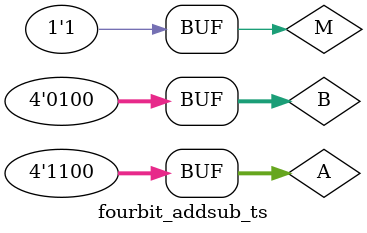
<source format=sv>
`timescale 1ns / 1ps
/*
module fourbit_addsub(
input logic M,
input logic [3:0]A,
input logic [3:0]B,

output logic [3:0]S,
output logic Cout
    );
*/

module fourbit_addsub_ts;

 logic [3:0]A, B,S;
    logic Cout,M ;
     
    fourbit_addsub ffa(.M(M), .A(A), .B(B),.S(S),.Cout(Cout)  );
    
    initial begin
    
            A = 4'b0010; B = 4'b1000;  M=0;
    #5
            A = 4'b0001; B = 4'b110;  M=0;
    #5
            A = 4'b1011; B = 4'b0010;  M=1;
    #5
            A = 4'b1100; B = 4'b0100;  M=1;
    
    end
    endmodule

</source>
